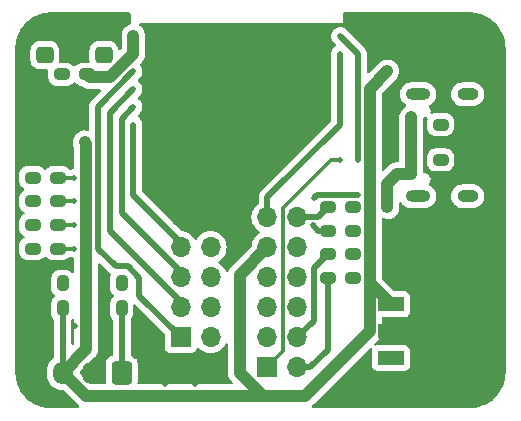
<source format=gbl>
G04 #@! TF.GenerationSoftware,KiCad,Pcbnew,7.0.9*
G04 #@! TF.CreationDate,2024-07-28T13:17:23+09:00*
G04 #@! TF.ProjectId,esp32ble_module,65737033-3262-46c6-955f-6d6f64756c65,rev?*
G04 #@! TF.SameCoordinates,Original*
G04 #@! TF.FileFunction,Copper,L2,Bot*
G04 #@! TF.FilePolarity,Positive*
%FSLAX46Y46*%
G04 Gerber Fmt 4.6, Leading zero omitted, Abs format (unit mm)*
G04 Created by KiCad (PCBNEW 7.0.9) date 2024-07-28 13:17:23*
%MOMM*%
%LPD*%
G01*
G04 APERTURE LIST*
G04 Aperture macros list*
%AMRoundRect*
0 Rectangle with rounded corners*
0 $1 Rounding radius*
0 $2 $3 $4 $5 $6 $7 $8 $9 X,Y pos of 4 corners*
0 Add a 4 corners polygon primitive as box body*
4,1,4,$2,$3,$4,$5,$6,$7,$8,$9,$2,$3,0*
0 Add four circle primitives for the rounded corners*
1,1,$1+$1,$2,$3*
1,1,$1+$1,$4,$5*
1,1,$1+$1,$6,$7*
1,1,$1+$1,$8,$9*
0 Add four rect primitives between the rounded corners*
20,1,$1+$1,$2,$3,$4,$5,0*
20,1,$1+$1,$4,$5,$6,$7,0*
20,1,$1+$1,$6,$7,$8,$9,0*
20,1,$1+$1,$8,$9,$2,$3,0*%
G04 Aperture macros list end*
G04 #@! TA.AperFunction,ComponentPad*
%ADD10R,1.700000X1.700000*%
G04 #@! TD*
G04 #@! TA.AperFunction,ComponentPad*
%ADD11O,1.700000X1.700000*%
G04 #@! TD*
G04 #@! TA.AperFunction,ComponentPad*
%ADD12O,2.100000X1.000000*%
G04 #@! TD*
G04 #@! TA.AperFunction,ComponentPad*
%ADD13O,1.800000X1.000000*%
G04 #@! TD*
G04 #@! TA.AperFunction,ComponentPad*
%ADD14RoundRect,0.250000X0.600000X0.725000X-0.600000X0.725000X-0.600000X-0.725000X0.600000X-0.725000X0*%
G04 #@! TD*
G04 #@! TA.AperFunction,ComponentPad*
%ADD15O,1.700000X1.950000*%
G04 #@! TD*
G04 #@! TA.AperFunction,SMDPad,CuDef*
%ADD16RoundRect,0.237500X-0.400000X-0.237500X0.400000X-0.237500X0.400000X0.237500X-0.400000X0.237500X0*%
G04 #@! TD*
G04 #@! TA.AperFunction,SMDPad,CuDef*
%ADD17RoundRect,0.237500X0.237500X-0.400000X0.237500X0.400000X-0.237500X0.400000X-0.237500X-0.400000X0*%
G04 #@! TD*
G04 #@! TA.AperFunction,SMDPad,CuDef*
%ADD18RoundRect,0.237500X0.400000X0.237500X-0.400000X0.237500X-0.400000X-0.237500X0.400000X-0.237500X0*%
G04 #@! TD*
G04 #@! TA.AperFunction,SMDPad,CuDef*
%ADD19RoundRect,0.292875X0.432125X-0.394625X0.432125X0.394625X-0.432125X0.394625X-0.432125X-0.394625X0*%
G04 #@! TD*
G04 #@! TA.AperFunction,SMDPad,CuDef*
%ADD20R,2.200000X1.200000*%
G04 #@! TD*
G04 #@! TA.AperFunction,SMDPad,CuDef*
%ADD21R,6.400000X5.800000*%
G04 #@! TD*
G04 #@! TA.AperFunction,ViaPad*
%ADD22C,0.500000*%
G04 #@! TD*
G04 #@! TA.AperFunction,ViaPad*
%ADD23C,0.600000*%
G04 #@! TD*
G04 #@! TA.AperFunction,Conductor*
%ADD24C,0.500000*%
G04 #@! TD*
G04 #@! TA.AperFunction,Conductor*
%ADD25C,1.000000*%
G04 #@! TD*
G04 #@! TA.AperFunction,Conductor*
%ADD26C,0.300000*%
G04 #@! TD*
G04 APERTURE END LIST*
D10*
X145848000Y-69540000D03*
D11*
X148388000Y-69540000D03*
X145848000Y-67000000D03*
X148388000Y-67000000D03*
X145848000Y-64460000D03*
X148388000Y-64460000D03*
X145848000Y-61920000D03*
X148388000Y-61920000D03*
X145848000Y-59380000D03*
X148388000Y-59380000D03*
X145848000Y-56840000D03*
X148388000Y-56840000D03*
D10*
X138500000Y-67000000D03*
D11*
X141040000Y-67000000D03*
X138500000Y-64460000D03*
X141040000Y-64460000D03*
X138500000Y-61920000D03*
X141040000Y-61920000D03*
X138500000Y-59380000D03*
X141040000Y-59380000D03*
X138500000Y-56840000D03*
X141040000Y-56840000D03*
D12*
X158600000Y-55070000D03*
D13*
X162800000Y-55070000D03*
D12*
X158600000Y-46430000D03*
D13*
X162800000Y-46430000D03*
D14*
X133500000Y-70000000D03*
D15*
X131000000Y-70000000D03*
X128500000Y-70000000D03*
D16*
X150937500Y-58000000D03*
X153062500Y-58000000D03*
D17*
X133500000Y-64562500D03*
X133500000Y-62437500D03*
X128500000Y-64562500D03*
X128500000Y-62437500D03*
D16*
X150937500Y-62000000D03*
X153062500Y-62000000D03*
X160500000Y-52000000D03*
X162625000Y-52000000D03*
D18*
X128087500Y-57500000D03*
X125962500Y-57500000D03*
D19*
X127000000Y-43137500D03*
X127000000Y-40862500D03*
D16*
X160500000Y-49000000D03*
X162625000Y-49000000D03*
X150937500Y-56000000D03*
X153062500Y-56000000D03*
D20*
X156300000Y-68780000D03*
X156300000Y-66500000D03*
D21*
X162600000Y-66500000D03*
D20*
X156300000Y-64220000D03*
D18*
X128087500Y-53500000D03*
X125962500Y-53500000D03*
X128087500Y-59500000D03*
X125962500Y-59500000D03*
D19*
X132000000Y-43137500D03*
X132000000Y-40862500D03*
D18*
X128087500Y-55500000D03*
X125962500Y-55500000D03*
D16*
X150937500Y-60000000D03*
X153062500Y-60000000D03*
D18*
X130562500Y-44750000D03*
X128437500Y-44750000D03*
D22*
X135509000Y-54483000D03*
X129540000Y-40005000D03*
X127000000Y-45720000D03*
X137160000Y-70993000D03*
X139700000Y-70993000D03*
X149750000Y-55250000D03*
X153500000Y-55000000D03*
X143510000Y-55880000D03*
X143510000Y-59690000D03*
X161290000Y-50800000D03*
X163830000Y-41910000D03*
X156210000Y-48260000D03*
X156210000Y-46990000D03*
X165100000Y-43180000D03*
X162560000Y-40640000D03*
X161290000Y-53340000D03*
X157480000Y-60960000D03*
X160020000Y-58420000D03*
X162560000Y-58420000D03*
X162560000Y-60960000D03*
X160020000Y-63500000D03*
X162560000Y-68580000D03*
X165100000Y-66040000D03*
X165100000Y-68580000D03*
X139700000Y-68580000D03*
X137160000Y-68580000D03*
X134620000Y-68580000D03*
X134620000Y-66040000D03*
X132080000Y-66040000D03*
X129540000Y-66040000D03*
X127000000Y-66040000D03*
X127000000Y-63500000D03*
X127000000Y-60960000D03*
X127000000Y-50800000D03*
X127000000Y-48260000D03*
X145310000Y-48800000D03*
X144210000Y-48800000D03*
X143110000Y-48800000D03*
X145310000Y-47700000D03*
X144210000Y-47700000D03*
X143110000Y-47700000D03*
X145310000Y-46600000D03*
X144210000Y-46600000D03*
X143110000Y-46600000D03*
X158000000Y-53200000D03*
D23*
X156000000Y-56000000D03*
D22*
X158000000Y-48400000D03*
X156300000Y-68780000D03*
X128500000Y-44750000D03*
X132000000Y-43137500D03*
X127000000Y-43137500D03*
X156000000Y-44500000D03*
X134500000Y-41500000D03*
X130375000Y-50500000D03*
X132000000Y-45000000D03*
X156300000Y-64220000D03*
X133500000Y-62500000D03*
X128500000Y-62500000D03*
X126025000Y-59500000D03*
X126025000Y-53500000D03*
X126025000Y-57500000D03*
X126025000Y-55500000D03*
X153000000Y-62000000D03*
X153000000Y-60000000D03*
X153000000Y-56000000D03*
X153000000Y-58000000D03*
X160500000Y-52000000D03*
X160500000Y-49000000D03*
X152000000Y-52000000D03*
X149707600Y-57542400D03*
X152000000Y-41500000D03*
X153500000Y-52000000D03*
X152000000Y-43000000D03*
X129500000Y-59500000D03*
X134500000Y-44500000D03*
X131500000Y-59500000D03*
X132500000Y-58000000D03*
X129500000Y-57500000D03*
X134500000Y-46000000D03*
X129500000Y-55500000D03*
X134500000Y-47500000D03*
X133500000Y-56500000D03*
X134500000Y-49000000D03*
X129500000Y-53500000D03*
X134500000Y-55000000D03*
D24*
X149707600Y-57542400D02*
X150165200Y-58000000D01*
X150165200Y-58000000D02*
X150937500Y-58000000D01*
X150000000Y-55000000D02*
X153500000Y-55000000D01*
X149750000Y-55250000D02*
X150000000Y-55000000D01*
D25*
X130500000Y-68000000D02*
X128500000Y-70000000D01*
X130500000Y-50625000D02*
X130500000Y-68000000D01*
X130375000Y-50500000D02*
X130500000Y-50625000D01*
X156800000Y-53200000D02*
X158000000Y-53200000D01*
D24*
X133500000Y-64562500D02*
X133500000Y-70000000D01*
D25*
X156000000Y-54000000D02*
X156800000Y-53200000D01*
X158000000Y-48400000D02*
X158000000Y-53200000D01*
X156000000Y-56000000D02*
X156000000Y-54000000D01*
X149000000Y-72000000D02*
X154500000Y-66500000D01*
X154500000Y-46000000D02*
X156000000Y-44500000D01*
X154500000Y-62420000D02*
X156300000Y-64220000D01*
D24*
X128500000Y-64562500D02*
X128500000Y-70000000D01*
D25*
X134500000Y-43000000D02*
X134500000Y-41500000D01*
X132500000Y-45000000D02*
X134500000Y-43000000D01*
X130500000Y-72000000D02*
X149000000Y-72000000D01*
X143500000Y-61728000D02*
X145848000Y-59380000D01*
X145500000Y-72000000D02*
X143500000Y-70000000D01*
X154500000Y-66500000D02*
X154500000Y-46000000D01*
X128500000Y-70000000D02*
X130500000Y-72000000D01*
X130562500Y-44750000D02*
X130812500Y-45000000D01*
X143500000Y-70000000D02*
X143500000Y-61728000D01*
X132000000Y-45000000D02*
X132500000Y-45000000D01*
X130812500Y-45000000D02*
X132000000Y-45000000D01*
D24*
X148388000Y-69540000D02*
X149460000Y-69540000D01*
D26*
X147188000Y-56062000D02*
X147188000Y-68200000D01*
D24*
X150937500Y-68062500D02*
X150937500Y-62000000D01*
X149460000Y-69540000D02*
X150937500Y-68062500D01*
D26*
X147188000Y-68200000D02*
X145848000Y-69540000D01*
X151250000Y-52000000D02*
X147188000Y-56062000D01*
X152000000Y-52000000D02*
X151250000Y-52000000D01*
D24*
X149750000Y-65638000D02*
X149750000Y-61187500D01*
X148388000Y-67000000D02*
X149750000Y-65638000D01*
X149750000Y-61187500D02*
X150937500Y-60000000D01*
X153500000Y-52000000D02*
X153500000Y-43000000D01*
X153500000Y-43000000D02*
X152000000Y-41500000D01*
X145848000Y-55152000D02*
X145848000Y-56840000D01*
X148388000Y-56840000D02*
X150097500Y-56840000D01*
X152000000Y-49000000D02*
X145848000Y-55152000D01*
X152000000Y-43000000D02*
X152000000Y-49000000D01*
X150097500Y-56840000D02*
X150937500Y-56000000D01*
X131500000Y-47500000D02*
X134500000Y-44500000D01*
X131500000Y-59500000D02*
X133000000Y-61000000D01*
X134000000Y-61000000D02*
X135000000Y-62000000D01*
X131500000Y-59500000D02*
X131500000Y-47500000D01*
X138500000Y-67000000D02*
X138500000Y-66500000D01*
X135000000Y-63500000D02*
X138500000Y-67000000D01*
D26*
X128087500Y-59500000D02*
X129500000Y-59500000D01*
D24*
X135000000Y-62000000D02*
X135000000Y-63500000D01*
X133000000Y-61000000D02*
X134000000Y-61000000D01*
X132500000Y-48000000D02*
X134500000Y-46000000D01*
X132500000Y-58000000D02*
X132500000Y-48000000D01*
X138500000Y-64460000D02*
X138500000Y-64000000D01*
X138500000Y-64000000D02*
X132500000Y-58000000D01*
D26*
X128087500Y-57500000D02*
X129500000Y-57500000D01*
D24*
X138500000Y-61500000D02*
X133500000Y-56500000D01*
D26*
X128087500Y-55500000D02*
X129500000Y-55500000D01*
D24*
X133500000Y-48500000D02*
X134500000Y-47500000D01*
X133500000Y-56500000D02*
X133500000Y-48500000D01*
X138500000Y-61920000D02*
X138500000Y-61500000D01*
X138500000Y-59380000D02*
X138500000Y-59000000D01*
X134500000Y-55000000D02*
X134500000Y-49000000D01*
D26*
X128087500Y-53500000D02*
X129500000Y-53500000D01*
D24*
X138500000Y-59000000D02*
X134500000Y-55000000D01*
G04 #@! TA.AperFunction,Conductor*
G36*
X134193039Y-39520185D02*
G01*
X134238794Y-39572989D01*
X134250000Y-39624500D01*
X134250000Y-40439370D01*
X134230315Y-40506409D01*
X134177511Y-40552164D01*
X134169066Y-40555651D01*
X134057119Y-40597111D01*
X134057111Y-40597115D01*
X133884432Y-40704745D01*
X133884427Y-40704749D01*
X133736949Y-40844938D01*
X133736948Y-40844940D01*
X133620705Y-41011949D01*
X133540459Y-41198943D01*
X133499500Y-41398258D01*
X133499500Y-42534217D01*
X133479815Y-42601256D01*
X133463180Y-42621899D01*
X133423900Y-42661178D01*
X133362577Y-42694663D01*
X133292885Y-42689677D01*
X133236952Y-42647805D01*
X133213000Y-42587377D01*
X133210503Y-42565215D01*
X133206391Y-42553465D01*
X133151454Y-42396464D01*
X133151452Y-42396461D01*
X133140382Y-42378844D01*
X133056335Y-42245084D01*
X132929916Y-42118665D01*
X132929915Y-42118664D01*
X132778538Y-42023547D01*
X132778535Y-42023545D01*
X132609787Y-41964497D01*
X132609776Y-41964495D01*
X132476686Y-41949500D01*
X132476680Y-41949500D01*
X131523320Y-41949500D01*
X131523313Y-41949500D01*
X131390223Y-41964495D01*
X131390212Y-41964497D01*
X131221464Y-42023545D01*
X131221461Y-42023547D01*
X131070084Y-42118664D01*
X130943664Y-42245084D01*
X130848547Y-42396461D01*
X130848545Y-42396464D01*
X130789497Y-42565212D01*
X130789495Y-42565223D01*
X130774500Y-42698313D01*
X130774500Y-43576686D01*
X130778868Y-43615453D01*
X130766813Y-43684275D01*
X130719464Y-43735654D01*
X130651854Y-43753278D01*
X130646233Y-43752978D01*
X130537025Y-43744662D01*
X130537022Y-43744662D01*
X130335172Y-43770369D01*
X130331202Y-43771291D01*
X130303177Y-43774500D01*
X130113331Y-43774500D01*
X130113312Y-43774501D01*
X130012247Y-43784825D01*
X129848484Y-43839092D01*
X129848481Y-43839093D01*
X129701648Y-43929661D01*
X129587681Y-44043629D01*
X129526358Y-44077114D01*
X129456666Y-44072130D01*
X129412319Y-44043629D01*
X129298351Y-43929661D01*
X129298350Y-43929660D01*
X129151516Y-43839092D01*
X128987753Y-43784826D01*
X128987751Y-43784825D01*
X128886684Y-43774500D01*
X128886677Y-43774500D01*
X128341967Y-43774500D01*
X128274928Y-43754815D01*
X128229173Y-43702011D01*
X128218747Y-43636616D01*
X128222560Y-43602773D01*
X128225500Y-43576680D01*
X128225500Y-42698320D01*
X128210503Y-42565215D01*
X128206391Y-42553465D01*
X128151454Y-42396464D01*
X128151452Y-42396461D01*
X128140382Y-42378844D01*
X128056335Y-42245084D01*
X127929916Y-42118665D01*
X127929915Y-42118664D01*
X127778538Y-42023547D01*
X127778535Y-42023545D01*
X127609787Y-41964497D01*
X127609776Y-41964495D01*
X127476686Y-41949500D01*
X127476680Y-41949500D01*
X126523320Y-41949500D01*
X126523313Y-41949500D01*
X126390223Y-41964495D01*
X126390212Y-41964497D01*
X126221464Y-42023545D01*
X126221461Y-42023547D01*
X126070084Y-42118664D01*
X125943664Y-42245084D01*
X125848547Y-42396461D01*
X125848545Y-42396464D01*
X125789497Y-42565212D01*
X125789495Y-42565223D01*
X125774500Y-42698313D01*
X125774500Y-43576686D01*
X125789495Y-43709776D01*
X125789497Y-43709787D01*
X125848545Y-43878535D01*
X125848547Y-43878538D01*
X125943664Y-44029915D01*
X126070084Y-44156335D01*
X126221461Y-44251452D01*
X126221464Y-44251454D01*
X126305366Y-44280813D01*
X126390215Y-44310503D01*
X126390221Y-44310503D01*
X126390223Y-44310504D01*
X126432577Y-44315276D01*
X126523314Y-44325499D01*
X126523317Y-44325500D01*
X126523320Y-44325500D01*
X127176267Y-44325500D01*
X127243306Y-44345185D01*
X127289061Y-44397989D01*
X127299299Y-44460147D01*
X127299661Y-44460166D01*
X127299576Y-44461827D01*
X127299623Y-44462113D01*
X127299500Y-44463323D01*
X127299500Y-44463327D01*
X127299500Y-44463328D01*
X127299500Y-45036669D01*
X127299501Y-45036687D01*
X127309825Y-45137752D01*
X127323432Y-45178813D01*
X127362690Y-45297286D01*
X127364092Y-45301515D01*
X127364093Y-45301518D01*
X127375212Y-45319544D01*
X127454660Y-45448350D01*
X127576650Y-45570340D01*
X127723484Y-45660908D01*
X127887247Y-45715174D01*
X127988323Y-45725500D01*
X128886676Y-45725499D01*
X128987753Y-45715174D01*
X129151516Y-45660908D01*
X129298350Y-45570340D01*
X129412319Y-45456371D01*
X129473642Y-45422886D01*
X129543334Y-45427870D01*
X129587681Y-45456371D01*
X129701650Y-45570340D01*
X129848484Y-45660908D01*
X130012247Y-45715174D01*
X130076995Y-45721788D01*
X130141686Y-45748183D01*
X130154265Y-45759712D01*
X130157439Y-45763051D01*
X130157447Y-45763058D01*
X130179814Y-45778625D01*
X130207795Y-45798100D01*
X130211550Y-45800932D01*
X130259093Y-45839698D01*
X130289545Y-45855604D01*
X130296256Y-45859671D01*
X130324451Y-45879295D01*
X130380832Y-45903490D01*
X130385067Y-45905501D01*
X130439451Y-45933909D01*
X130472473Y-45943356D01*
X130479865Y-45945989D01*
X130511440Y-45959539D01*
X130511441Y-45959540D01*
X130524554Y-45962234D01*
X130571555Y-45971892D01*
X130576095Y-45973006D01*
X130635082Y-45989886D01*
X130669341Y-45992494D01*
X130677109Y-45993585D01*
X130710755Y-46000500D01*
X130710759Y-46000500D01*
X130772101Y-46000500D01*
X130776808Y-46000678D01*
X130813151Y-46003446D01*
X130837975Y-46005337D01*
X130837975Y-46005336D01*
X130837976Y-46005337D01*
X130872059Y-46000996D01*
X130879889Y-46000500D01*
X131638770Y-46000500D01*
X131705809Y-46020185D01*
X131751564Y-46072989D01*
X131761508Y-46142147D01*
X131732483Y-46205703D01*
X131726451Y-46212181D01*
X131014358Y-46924272D01*
X131000729Y-46936051D01*
X130981468Y-46950390D01*
X130947898Y-46990397D01*
X130944253Y-46994376D01*
X130938409Y-47000222D01*
X130918059Y-47025959D01*
X130868695Y-47084789D01*
X130864729Y-47090819D01*
X130864682Y-47090788D01*
X130860630Y-47097147D01*
X130860679Y-47097177D01*
X130856889Y-47103321D01*
X130824424Y-47172941D01*
X130789960Y-47241566D01*
X130787488Y-47248357D01*
X130787432Y-47248336D01*
X130784960Y-47255450D01*
X130785015Y-47255469D01*
X130782742Y-47262327D01*
X130775107Y-47299306D01*
X130767207Y-47337565D01*
X130763274Y-47354162D01*
X130749498Y-47412286D01*
X130748661Y-47419454D01*
X130748601Y-47419447D01*
X130747835Y-47426945D01*
X130747895Y-47426951D01*
X130747265Y-47434140D01*
X130749500Y-47510916D01*
X130749500Y-49402047D01*
X130729815Y-49469086D01*
X130677011Y-49514841D01*
X130607853Y-49524785D01*
X130591390Y-49521263D01*
X130552421Y-49510113D01*
X130552416Y-49510112D01*
X130349525Y-49494662D01*
X130349522Y-49494662D01*
X130147678Y-49520368D01*
X130147670Y-49520370D01*
X129955129Y-49586183D01*
X129955117Y-49586189D01*
X129779778Y-49689406D01*
X129779771Y-49689411D01*
X129628787Y-49825820D01*
X129628787Y-49825821D01*
X129508353Y-49989828D01*
X129508349Y-49989835D01*
X129423397Y-50174725D01*
X129423393Y-50174737D01*
X129377396Y-50372945D01*
X129372242Y-50576358D01*
X129408140Y-50776648D01*
X129408142Y-50776654D01*
X129483623Y-50965618D01*
X129485409Y-50969036D01*
X129499500Y-51026447D01*
X129499500Y-52633994D01*
X129479815Y-52701033D01*
X129427011Y-52746788D01*
X129389384Y-52757214D01*
X129331946Y-52763685D01*
X129183568Y-52815604D01*
X129113789Y-52819165D01*
X129054933Y-52786243D01*
X128948351Y-52679661D01*
X128948350Y-52679660D01*
X128829081Y-52606094D01*
X128801518Y-52589093D01*
X128801513Y-52589091D01*
X128800069Y-52588612D01*
X128637753Y-52534826D01*
X128637751Y-52534825D01*
X128536678Y-52524500D01*
X127638330Y-52524500D01*
X127638313Y-52524501D01*
X127537247Y-52534825D01*
X127373484Y-52589092D01*
X127373481Y-52589093D01*
X127226648Y-52679661D01*
X127112681Y-52793629D01*
X127051358Y-52827114D01*
X126981666Y-52822130D01*
X126937319Y-52793629D01*
X126823351Y-52679661D01*
X126823350Y-52679660D01*
X126704081Y-52606094D01*
X126676518Y-52589093D01*
X126676513Y-52589091D01*
X126675069Y-52588612D01*
X126512753Y-52534826D01*
X126512751Y-52534825D01*
X126411678Y-52524500D01*
X125513330Y-52524500D01*
X125513313Y-52524501D01*
X125412247Y-52534825D01*
X125248484Y-52589092D01*
X125248481Y-52589093D01*
X125101648Y-52679661D01*
X124979661Y-52801648D01*
X124889093Y-52948481D01*
X124889092Y-52948484D01*
X124834826Y-53112247D01*
X124834826Y-53112248D01*
X124834825Y-53112248D01*
X124824500Y-53213315D01*
X124824500Y-53786669D01*
X124824501Y-53786687D01*
X124834825Y-53887752D01*
X124854092Y-53945895D01*
X124889076Y-54051469D01*
X124889092Y-54051515D01*
X124889093Y-54051518D01*
X124909699Y-54084925D01*
X124971052Y-54184395D01*
X124979661Y-54198351D01*
X125101649Y-54320339D01*
X125101653Y-54320342D01*
X125221819Y-54394462D01*
X125268544Y-54446410D01*
X125279765Y-54515372D01*
X125251922Y-54579454D01*
X125221819Y-54605538D01*
X125101653Y-54679657D01*
X125101649Y-54679660D01*
X124979661Y-54801648D01*
X124889093Y-54948481D01*
X124889092Y-54948484D01*
X124834826Y-55112247D01*
X124834826Y-55112248D01*
X124834825Y-55112248D01*
X124824500Y-55213315D01*
X124824500Y-55786669D01*
X124824501Y-55786687D01*
X124834825Y-55887752D01*
X124861615Y-55968597D01*
X124886664Y-56044190D01*
X124889092Y-56051515D01*
X124889093Y-56051518D01*
X124900801Y-56070500D01*
X124973974Y-56189132D01*
X124979661Y-56198351D01*
X125101649Y-56320339D01*
X125101653Y-56320342D01*
X125221819Y-56394462D01*
X125268544Y-56446410D01*
X125279765Y-56515372D01*
X125251922Y-56579454D01*
X125221819Y-56605538D01*
X125101653Y-56679657D01*
X125101649Y-56679660D01*
X124979661Y-56801648D01*
X124889093Y-56948481D01*
X124889091Y-56948486D01*
X124872910Y-56997318D01*
X124834826Y-57112247D01*
X124834826Y-57112248D01*
X124834825Y-57112248D01*
X124824500Y-57213315D01*
X124824500Y-57786669D01*
X124824501Y-57786687D01*
X124834825Y-57887752D01*
X124871109Y-57997249D01*
X124886912Y-58044938D01*
X124889092Y-58051515D01*
X124889093Y-58051518D01*
X124902884Y-58073876D01*
X124977504Y-58194855D01*
X124979661Y-58198351D01*
X125101649Y-58320339D01*
X125101653Y-58320342D01*
X125221819Y-58394462D01*
X125268544Y-58446410D01*
X125279765Y-58515372D01*
X125251922Y-58579454D01*
X125221819Y-58605538D01*
X125101653Y-58679657D01*
X125101649Y-58679660D01*
X124979661Y-58801648D01*
X124889093Y-58948481D01*
X124889092Y-58948484D01*
X124834826Y-59112247D01*
X124834826Y-59112248D01*
X124834825Y-59112248D01*
X124824500Y-59213315D01*
X124824500Y-59786669D01*
X124824501Y-59786687D01*
X124834825Y-59887752D01*
X124889092Y-60051515D01*
X124889093Y-60051518D01*
X124904583Y-60076631D01*
X124979660Y-60198350D01*
X125101650Y-60320340D01*
X125248484Y-60410908D01*
X125412247Y-60465174D01*
X125513323Y-60475500D01*
X126411676Y-60475499D01*
X126512753Y-60465174D01*
X126676516Y-60410908D01*
X126823350Y-60320340D01*
X126937319Y-60206371D01*
X126998642Y-60172886D01*
X127068334Y-60177870D01*
X127112681Y-60206371D01*
X127226650Y-60320340D01*
X127373484Y-60410908D01*
X127537247Y-60465174D01*
X127638323Y-60475500D01*
X128536676Y-60475499D01*
X128637753Y-60465174D01*
X128801516Y-60410908D01*
X128948350Y-60320340D01*
X129054936Y-60213753D01*
X129116255Y-60180271D01*
X129183566Y-60184394D01*
X129331941Y-60236313D01*
X129331942Y-60236313D01*
X129331945Y-60236314D01*
X129389382Y-60242785D01*
X129453796Y-60269850D01*
X129493352Y-60327445D01*
X129499500Y-60366005D01*
X129499500Y-61456448D01*
X129479815Y-61523487D01*
X129427011Y-61569242D01*
X129357853Y-61579186D01*
X129294297Y-61550161D01*
X129287819Y-61544129D01*
X129198351Y-61454661D01*
X129198350Y-61454660D01*
X129102227Y-61395371D01*
X129051518Y-61364093D01*
X129051513Y-61364091D01*
X128982339Y-61341169D01*
X128887753Y-61309826D01*
X128887751Y-61309825D01*
X128786678Y-61299500D01*
X128213330Y-61299500D01*
X128213312Y-61299501D01*
X128112247Y-61309825D01*
X127948484Y-61364092D01*
X127948481Y-61364093D01*
X127801648Y-61454661D01*
X127679661Y-61576648D01*
X127589093Y-61723481D01*
X127589091Y-61723486D01*
X127566568Y-61791456D01*
X127534826Y-61887247D01*
X127534826Y-61887248D01*
X127534825Y-61887248D01*
X127524500Y-61988315D01*
X127524500Y-62886669D01*
X127524501Y-62886686D01*
X127534825Y-62987752D01*
X127589092Y-63151515D01*
X127589093Y-63151518D01*
X127596871Y-63164128D01*
X127679065Y-63297386D01*
X127679661Y-63298351D01*
X127793629Y-63412319D01*
X127827114Y-63473642D01*
X127822130Y-63543334D01*
X127793629Y-63587681D01*
X127679661Y-63701648D01*
X127589093Y-63848481D01*
X127589091Y-63848486D01*
X127564231Y-63923508D01*
X127534826Y-64012247D01*
X127534826Y-64012248D01*
X127534825Y-64012248D01*
X127524500Y-64113315D01*
X127524500Y-65011669D01*
X127524501Y-65011686D01*
X127534825Y-65112752D01*
X127560311Y-65189661D01*
X127589092Y-65276516D01*
X127679065Y-65422386D01*
X127679661Y-65423351D01*
X127713181Y-65456871D01*
X127746666Y-65518194D01*
X127749500Y-65544552D01*
X127749500Y-68687298D01*
X127729815Y-68754337D01*
X127696625Y-68788872D01*
X127628595Y-68836507D01*
X127461505Y-69003597D01*
X127325965Y-69197169D01*
X127325964Y-69197171D01*
X127226098Y-69411335D01*
X127226094Y-69411344D01*
X127164938Y-69639586D01*
X127164936Y-69639596D01*
X127149500Y-69816034D01*
X127149500Y-70183966D01*
X127164936Y-70360403D01*
X127164938Y-70360413D01*
X127226094Y-70588655D01*
X127226096Y-70588659D01*
X127226097Y-70588663D01*
X127249194Y-70638194D01*
X127325964Y-70802828D01*
X127325965Y-70802830D01*
X127461505Y-70996402D01*
X127571262Y-71106158D01*
X127628599Y-71163495D01*
X127725384Y-71231265D01*
X127822165Y-71299032D01*
X127822167Y-71299033D01*
X127822170Y-71299035D01*
X128036337Y-71398903D01*
X128264592Y-71460063D01*
X128439548Y-71475370D01*
X128499999Y-71480659D01*
X128500000Y-71480659D01*
X128502846Y-71480410D01*
X128504085Y-71480659D01*
X128505415Y-71480659D01*
X128505415Y-71480926D01*
X128571346Y-71494176D01*
X128601336Y-71516257D01*
X129783548Y-72698468D01*
X129844941Y-72763053D01*
X129844947Y-72763057D01*
X129844948Y-72763058D01*
X129860273Y-72773725D01*
X129904052Y-72828178D01*
X129911442Y-72897656D01*
X129880095Y-72960100D01*
X129819966Y-72995683D01*
X129789437Y-72999500D01*
X127501624Y-72999500D01*
X127498378Y-72999415D01*
X127366617Y-72992509D01*
X127182985Y-72982196D01*
X127176758Y-72981530D01*
X127024369Y-72957394D01*
X126861835Y-72929778D01*
X126856171Y-72928541D01*
X126703297Y-72887579D01*
X126548273Y-72842916D01*
X126543217Y-72841221D01*
X126393829Y-72783877D01*
X126245997Y-72722643D01*
X126241575Y-72720604D01*
X126098078Y-72647488D01*
X125958531Y-72570364D01*
X125954767Y-72568106D01*
X125901875Y-72533758D01*
X125819127Y-72480019D01*
X125689243Y-72387862D01*
X125686102Y-72385480D01*
X125561260Y-72284385D01*
X125558964Y-72282431D01*
X125441277Y-72177260D01*
X125438750Y-72174870D01*
X125325128Y-72061248D01*
X125322738Y-72058721D01*
X125217567Y-71941034D01*
X125215613Y-71938738D01*
X125176848Y-71890867D01*
X125114510Y-71813886D01*
X125112136Y-71810755D01*
X125019980Y-71680872D01*
X124987406Y-71630715D01*
X124931882Y-71545215D01*
X124929641Y-71541480D01*
X124884643Y-71460061D01*
X124852511Y-71401921D01*
X124800085Y-71299032D01*
X124779388Y-71258412D01*
X124777358Y-71254007D01*
X124716122Y-71106170D01*
X124658769Y-70956759D01*
X124657082Y-70951724D01*
X124635405Y-70876484D01*
X124612414Y-70796679D01*
X124606610Y-70775019D01*
X124571453Y-70643811D01*
X124570226Y-70638194D01*
X124542601Y-70475606D01*
X124518465Y-70323212D01*
X124517803Y-70317027D01*
X124507490Y-70133382D01*
X124500584Y-70001620D01*
X124500500Y-69998377D01*
X124500500Y-42501622D01*
X124500585Y-42498376D01*
X124507497Y-42366486D01*
X124507741Y-42362148D01*
X124517803Y-42182968D01*
X124518464Y-42176791D01*
X124542611Y-42024331D01*
X124542745Y-42023545D01*
X124570227Y-41861796D01*
X124571451Y-41856196D01*
X124612425Y-41703279D01*
X124657083Y-41548268D01*
X124658764Y-41543254D01*
X124716127Y-41393815D01*
X124777366Y-41245972D01*
X124779379Y-41241606D01*
X124852511Y-41098078D01*
X124890630Y-41029106D01*
X124929655Y-40958494D01*
X124931867Y-40954808D01*
X125013537Y-40829046D01*
X125019980Y-40819127D01*
X125052181Y-40773744D01*
X125112154Y-40689220D01*
X125114486Y-40686143D01*
X125215655Y-40561209D01*
X125217537Y-40558998D01*
X125322773Y-40441239D01*
X125325092Y-40438787D01*
X125438787Y-40325092D01*
X125441239Y-40322773D01*
X125558998Y-40217537D01*
X125561209Y-40215655D01*
X125686143Y-40114486D01*
X125689220Y-40112154D01*
X125819127Y-40019980D01*
X125829046Y-40013537D01*
X125954808Y-39931867D01*
X125958494Y-39929655D01*
X126098078Y-39852511D01*
X126110063Y-39846403D01*
X126241606Y-39779379D01*
X126245972Y-39777366D01*
X126393815Y-39716127D01*
X126543254Y-39658764D01*
X126548268Y-39657083D01*
X126703279Y-39612425D01*
X126856196Y-39571451D01*
X126861796Y-39570227D01*
X127024284Y-39542618D01*
X127176791Y-39518464D01*
X127182968Y-39517803D01*
X127366566Y-39507493D01*
X127498380Y-39500584D01*
X127501622Y-39500500D01*
X134126000Y-39500500D01*
X134193039Y-39520185D01*
G37*
G04 #@! TD.AperFunction*
G04 #@! TA.AperFunction,Conductor*
G36*
X163001619Y-39500584D02*
G01*
X163133628Y-39507503D01*
X163317027Y-39517803D01*
X163323212Y-39518465D01*
X163475647Y-39542608D01*
X163638194Y-39570226D01*
X163643811Y-39571453D01*
X163796693Y-39612418D01*
X163889122Y-39639046D01*
X163951724Y-39657082D01*
X163956759Y-39658769D01*
X164106183Y-39716127D01*
X164254007Y-39777358D01*
X164258412Y-39779388D01*
X164324180Y-39812899D01*
X164401921Y-39852511D01*
X164477428Y-39894241D01*
X164541480Y-39929641D01*
X164545215Y-39931882D01*
X164619487Y-39980115D01*
X164680872Y-40019980D01*
X164768357Y-40082053D01*
X164810764Y-40112142D01*
X164813886Y-40114510D01*
X164938748Y-40215621D01*
X164941034Y-40217567D01*
X165058721Y-40322738D01*
X165061248Y-40325128D01*
X165174870Y-40438750D01*
X165177260Y-40441277D01*
X165282431Y-40558964D01*
X165284383Y-40561258D01*
X165313416Y-40597111D01*
X165385480Y-40686102D01*
X165387862Y-40689243D01*
X165480019Y-40819127D01*
X165531109Y-40897797D01*
X165568106Y-40954767D01*
X165570364Y-40958531D01*
X165647488Y-41098078D01*
X165720604Y-41241575D01*
X165722643Y-41245997D01*
X165783877Y-41393829D01*
X165841221Y-41543217D01*
X165842916Y-41548273D01*
X165887579Y-41703297D01*
X165928541Y-41856171D01*
X165929778Y-41861835D01*
X165957394Y-42024369D01*
X165981530Y-42176758D01*
X165982196Y-42182985D01*
X165992509Y-42366617D01*
X165999415Y-42498377D01*
X165999500Y-42501623D01*
X165999500Y-69998376D01*
X165999415Y-70001622D01*
X165992509Y-70133382D01*
X165982196Y-70317013D01*
X165981530Y-70323240D01*
X165957394Y-70475630D01*
X165929778Y-70638163D01*
X165928541Y-70643827D01*
X165887579Y-70796702D01*
X165842916Y-70951725D01*
X165841221Y-70956781D01*
X165783877Y-71106170D01*
X165722643Y-71254001D01*
X165720604Y-71258423D01*
X165647488Y-71401921D01*
X165570364Y-71541467D01*
X165568097Y-71545246D01*
X165480019Y-71680872D01*
X165387862Y-71810755D01*
X165385480Y-71813896D01*
X165284385Y-71938738D01*
X165282431Y-71941034D01*
X165177260Y-72058721D01*
X165174870Y-72061248D01*
X165061248Y-72174870D01*
X165058721Y-72177260D01*
X164941034Y-72282431D01*
X164938738Y-72284385D01*
X164813896Y-72385480D01*
X164810755Y-72387862D01*
X164680872Y-72480019D01*
X164545246Y-72568097D01*
X164541467Y-72570364D01*
X164401921Y-72647488D01*
X164258423Y-72720604D01*
X164254001Y-72722643D01*
X164106170Y-72783877D01*
X163956781Y-72841221D01*
X163951725Y-72842916D01*
X163796702Y-72887579D01*
X163643827Y-72928541D01*
X163638163Y-72929778D01*
X163475630Y-72957394D01*
X163323240Y-72981530D01*
X163317013Y-72982196D01*
X163133382Y-72992509D01*
X163001622Y-72999415D01*
X162998376Y-72999500D01*
X149713885Y-72999500D01*
X149646846Y-72979815D01*
X149601091Y-72927011D01*
X149591147Y-72857853D01*
X149620172Y-72794297D01*
X149635479Y-72779441D01*
X149635516Y-72779403D01*
X149635519Y-72779402D01*
X149678917Y-72736002D01*
X149682336Y-72732834D01*
X149728895Y-72692866D01*
X149749931Y-72665688D01*
X149755101Y-72659818D01*
X154519077Y-67895842D01*
X154580398Y-67862359D01*
X154650090Y-67867343D01*
X154706023Y-67909215D01*
X154730440Y-67974679D01*
X154722938Y-68026857D01*
X154705909Y-68072514D01*
X154705908Y-68072516D01*
X154700337Y-68124341D01*
X154699501Y-68132123D01*
X154699500Y-68132135D01*
X154699500Y-69427870D01*
X154699501Y-69427876D01*
X154705908Y-69487483D01*
X154756202Y-69622328D01*
X154756206Y-69622335D01*
X154842452Y-69737544D01*
X154842455Y-69737547D01*
X154957664Y-69823793D01*
X154957671Y-69823797D01*
X155092517Y-69874091D01*
X155092516Y-69874091D01*
X155099444Y-69874835D01*
X155152127Y-69880500D01*
X157447872Y-69880499D01*
X157507483Y-69874091D01*
X157642331Y-69823796D01*
X157757546Y-69737546D01*
X157843796Y-69622331D01*
X157894091Y-69487483D01*
X157900500Y-69427873D01*
X157900499Y-68132128D01*
X157894091Y-68072517D01*
X157882111Y-68040398D01*
X157843797Y-67937671D01*
X157843793Y-67937664D01*
X157757547Y-67822455D01*
X157757544Y-67822452D01*
X157642335Y-67736206D01*
X157642328Y-67736202D01*
X157507482Y-67685908D01*
X157507483Y-67685908D01*
X157447883Y-67679501D01*
X157447881Y-67679500D01*
X157447873Y-67679500D01*
X157447864Y-67679500D01*
X155152129Y-67679500D01*
X155152123Y-67679501D01*
X155092515Y-67685909D01*
X155046857Y-67702938D01*
X154977165Y-67707922D01*
X154915843Y-67674436D01*
X154882358Y-67613113D01*
X154887344Y-67543421D01*
X154915842Y-67499077D01*
X155198487Y-67216433D01*
X155263053Y-67155059D01*
X155298112Y-67104686D01*
X155300925Y-67100957D01*
X155339698Y-67053407D01*
X155355607Y-67022948D01*
X155359667Y-67016248D01*
X155379295Y-66988049D01*
X155403492Y-66931660D01*
X155405498Y-66927435D01*
X155433909Y-66873049D01*
X155443360Y-66840015D01*
X155445991Y-66832628D01*
X155459540Y-66801058D01*
X155471893Y-66740940D01*
X155473006Y-66736412D01*
X155489887Y-66677418D01*
X155492495Y-66643155D01*
X155493587Y-66635376D01*
X155500500Y-66601739D01*
X155500500Y-66540401D01*
X155500679Y-66535692D01*
X155505337Y-66474525D01*
X155505276Y-66474048D01*
X155501647Y-66445547D01*
X155500997Y-66440441D01*
X155500500Y-66432602D01*
X155500500Y-65444499D01*
X155520185Y-65377460D01*
X155572989Y-65331705D01*
X155624500Y-65320499D01*
X157447871Y-65320499D01*
X157447872Y-65320499D01*
X157507483Y-65314091D01*
X157642331Y-65263796D01*
X157757546Y-65177546D01*
X157843796Y-65062331D01*
X157894091Y-64927483D01*
X157900500Y-64867873D01*
X157900499Y-63572128D01*
X157894091Y-63512517D01*
X157889422Y-63500000D01*
X157843797Y-63377671D01*
X157843793Y-63377664D01*
X157757547Y-63262455D01*
X157757544Y-63262452D01*
X157642335Y-63176206D01*
X157642328Y-63176202D01*
X157507482Y-63125908D01*
X157507483Y-63125908D01*
X157447883Y-63119501D01*
X157447881Y-63119500D01*
X157447873Y-63119500D01*
X157447865Y-63119500D01*
X156665783Y-63119500D01*
X156598744Y-63099815D01*
X156578102Y-63083181D01*
X155536819Y-62041898D01*
X155503334Y-61980575D01*
X155500500Y-61954217D01*
X155500500Y-57064357D01*
X155520185Y-56997318D01*
X155572989Y-56951563D01*
X155642147Y-56941619D01*
X155655576Y-56944315D01*
X155671686Y-56948486D01*
X155847706Y-56994061D01*
X155847709Y-56994061D01*
X155847715Y-56994063D01*
X156050936Y-57004369D01*
X156252071Y-56973556D01*
X156442887Y-56902886D01*
X156615571Y-56795252D01*
X156763053Y-56655059D01*
X156879295Y-56488049D01*
X156959540Y-56301058D01*
X157000500Y-56101741D01*
X157000500Y-55711027D01*
X157020185Y-55643988D01*
X157072989Y-55598233D01*
X157142147Y-55588289D01*
X157205703Y-55617314D01*
X157229731Y-55645434D01*
X157234009Y-55652298D01*
X157254747Y-55685570D01*
X157254749Y-55685572D01*
X157350866Y-55786687D01*
X157394941Y-55833053D01*
X157512804Y-55915088D01*
X157561949Y-55949294D01*
X157561950Y-55949294D01*
X157561951Y-55949295D01*
X157748942Y-56029540D01*
X157948259Y-56070500D01*
X159200743Y-56070500D01*
X159352439Y-56055074D01*
X159546579Y-55994162D01*
X159546580Y-55994161D01*
X159546588Y-55994159D01*
X159724502Y-55895409D01*
X159878895Y-55762866D01*
X160003448Y-55601958D01*
X160093060Y-55419271D01*
X160144063Y-55222285D01*
X160149203Y-55120936D01*
X161395631Y-55120936D01*
X161426442Y-55322063D01*
X161426445Y-55322075D01*
X161497111Y-55512881D01*
X161497113Y-55512884D01*
X161497114Y-55512887D01*
X161521023Y-55551246D01*
X161604745Y-55685567D01*
X161604749Y-55685572D01*
X161700866Y-55786687D01*
X161744941Y-55833053D01*
X161862804Y-55915088D01*
X161911949Y-55949294D01*
X161911950Y-55949294D01*
X161911951Y-55949295D01*
X162098942Y-56029540D01*
X162298259Y-56070500D01*
X163250743Y-56070500D01*
X163402439Y-56055074D01*
X163596579Y-55994162D01*
X163596580Y-55994161D01*
X163596588Y-55994159D01*
X163774502Y-55895409D01*
X163928895Y-55762866D01*
X164053448Y-55601958D01*
X164143060Y-55419271D01*
X164194063Y-55222285D01*
X164204369Y-55019064D01*
X164173556Y-54817929D01*
X164106833Y-54637770D01*
X164102888Y-54627118D01*
X164102887Y-54627117D01*
X164102886Y-54627113D01*
X163995252Y-54454429D01*
X163855059Y-54306947D01*
X163756422Y-54238294D01*
X163688050Y-54190705D01*
X163501056Y-54110459D01*
X163301741Y-54069500D01*
X162349258Y-54069500D01*
X162349257Y-54069500D01*
X162197560Y-54084925D01*
X162003420Y-54145837D01*
X162003405Y-54145844D01*
X161825500Y-54244589D01*
X161825495Y-54244592D01*
X161671106Y-54377132D01*
X161671104Y-54377134D01*
X161546554Y-54538037D01*
X161546553Y-54538040D01*
X161456940Y-54720728D01*
X161405937Y-54917714D01*
X161395631Y-55120936D01*
X160149203Y-55120936D01*
X160154369Y-55019064D01*
X160123556Y-54817929D01*
X160056833Y-54637770D01*
X160052888Y-54627118D01*
X160052887Y-54627117D01*
X160052886Y-54627113D01*
X159945252Y-54454429D01*
X159805059Y-54306947D01*
X159638049Y-54190705D01*
X159576468Y-54164278D01*
X159522626Y-54119752D01*
X159501403Y-54053183D01*
X159519539Y-53985708D01*
X159524066Y-53978819D01*
X159590971Y-53884037D01*
X159639346Y-53747921D01*
X159649204Y-53603801D01*
X159619814Y-53462366D01*
X159553354Y-53334105D01*
X159553351Y-53334102D01*
X159553350Y-53334100D01*
X159454754Y-53228530D01*
X159331330Y-53153475D01*
X159331329Y-53153474D01*
X159331328Y-53153474D01*
X159192228Y-53114500D01*
X159124500Y-53114500D01*
X159057461Y-53094815D01*
X159011706Y-53042011D01*
X159000500Y-52990500D01*
X159000500Y-52286669D01*
X159362000Y-52286669D01*
X159362001Y-52286687D01*
X159372325Y-52387752D01*
X159383211Y-52420603D01*
X159426592Y-52551516D01*
X159517160Y-52698350D01*
X159639150Y-52820340D01*
X159785984Y-52910908D01*
X159949747Y-52965174D01*
X160050823Y-52975500D01*
X160949176Y-52975499D01*
X161050253Y-52965174D01*
X161214016Y-52910908D01*
X161360850Y-52820340D01*
X161482840Y-52698350D01*
X161573408Y-52551516D01*
X161627674Y-52387753D01*
X161638000Y-52286677D01*
X161637999Y-51713324D01*
X161633809Y-51672310D01*
X161627674Y-51612247D01*
X161610930Y-51561717D01*
X161573408Y-51448484D01*
X161482840Y-51301650D01*
X161360850Y-51179660D01*
X161214016Y-51089092D01*
X161050253Y-51034826D01*
X161050251Y-51034825D01*
X160949178Y-51024500D01*
X160050830Y-51024500D01*
X160050813Y-51024501D01*
X159949747Y-51034825D01*
X159785984Y-51089092D01*
X159785981Y-51089093D01*
X159639148Y-51179661D01*
X159517161Y-51301648D01*
X159426593Y-51448481D01*
X159426591Y-51448486D01*
X159408253Y-51503827D01*
X159372326Y-51612247D01*
X159372326Y-51612248D01*
X159372325Y-51612248D01*
X159362000Y-51713315D01*
X159362000Y-52286669D01*
X159000500Y-52286669D01*
X159000500Y-48509500D01*
X159020185Y-48442461D01*
X159072989Y-48396706D01*
X159124500Y-48385500D01*
X159155950Y-48385500D01*
X159176624Y-48382658D01*
X159263111Y-48370771D01*
X159263112Y-48370770D01*
X159264169Y-48370625D01*
X159333264Y-48380997D01*
X159385783Y-48427079D01*
X159405052Y-48494239D01*
X159398760Y-48532473D01*
X159372326Y-48612244D01*
X159372325Y-48612248D01*
X159362000Y-48713315D01*
X159362000Y-49286669D01*
X159362001Y-49286687D01*
X159372325Y-49387752D01*
X159399277Y-49469086D01*
X159425960Y-49549610D01*
X159426592Y-49551515D01*
X159426593Y-49551518D01*
X159435582Y-49566091D01*
X159517160Y-49698350D01*
X159639150Y-49820340D01*
X159785984Y-49910908D01*
X159949747Y-49965174D01*
X160050823Y-49975500D01*
X160949176Y-49975499D01*
X161050253Y-49965174D01*
X161214016Y-49910908D01*
X161360850Y-49820340D01*
X161482840Y-49698350D01*
X161573408Y-49551516D01*
X161627674Y-49387753D01*
X161638000Y-49286677D01*
X161637999Y-48713324D01*
X161633809Y-48672310D01*
X161627674Y-48612247D01*
X161601239Y-48532473D01*
X161573408Y-48448484D01*
X161482840Y-48301650D01*
X161360850Y-48179660D01*
X161229987Y-48098943D01*
X161214018Y-48089093D01*
X161214013Y-48089091D01*
X161197216Y-48083525D01*
X161050253Y-48034826D01*
X161050251Y-48034825D01*
X160949178Y-48024500D01*
X160050830Y-48024500D01*
X160050813Y-48024501D01*
X159949747Y-48034825D01*
X159949744Y-48034826D01*
X159802783Y-48083525D01*
X159732955Y-48085927D01*
X159672913Y-48050195D01*
X159641720Y-47987675D01*
X159640068Y-47957361D01*
X159649204Y-47823801D01*
X159619814Y-47682366D01*
X159553354Y-47554105D01*
X159536410Y-47535962D01*
X159505040Y-47473533D01*
X159512400Y-47404052D01*
X159556157Y-47349581D01*
X159566858Y-47342908D01*
X159724502Y-47255409D01*
X159878895Y-47122866D01*
X160003448Y-46961958D01*
X160093060Y-46779271D01*
X160144063Y-46582285D01*
X160149203Y-46480936D01*
X161395631Y-46480936D01*
X161426442Y-46682063D01*
X161426445Y-46682075D01*
X161497111Y-46872881D01*
X161497113Y-46872884D01*
X161497114Y-46872887D01*
X161523493Y-46915209D01*
X161604745Y-47045567D01*
X161604747Y-47045569D01*
X161604748Y-47045571D01*
X161744941Y-47193053D01*
X161834590Y-47255450D01*
X161911949Y-47309294D01*
X161911950Y-47309294D01*
X161911951Y-47309295D01*
X162098942Y-47389540D01*
X162298259Y-47430500D01*
X163250743Y-47430500D01*
X163402439Y-47415074D01*
X163596579Y-47354162D01*
X163596580Y-47354161D01*
X163596588Y-47354159D01*
X163774502Y-47255409D01*
X163928895Y-47122866D01*
X164053448Y-46961958D01*
X164143060Y-46779271D01*
X164194063Y-46582285D01*
X164204369Y-46379064D01*
X164173556Y-46177929D01*
X164117620Y-46026896D01*
X164102888Y-45987118D01*
X164102887Y-45987117D01*
X164102886Y-45987113D01*
X163995252Y-45814429D01*
X163906464Y-45721025D01*
X163855061Y-45666949D01*
X163855060Y-45666948D01*
X163855059Y-45666947D01*
X163756587Y-45598409D01*
X163688050Y-45550705D01*
X163501056Y-45470459D01*
X163301741Y-45429500D01*
X162349258Y-45429500D01*
X162349257Y-45429500D01*
X162197560Y-45444925D01*
X162003420Y-45505837D01*
X162003405Y-45505844D01*
X161825500Y-45604589D01*
X161825495Y-45604592D01*
X161671106Y-45737132D01*
X161671104Y-45737134D01*
X161546554Y-45898037D01*
X161546553Y-45898040D01*
X161456940Y-46080728D01*
X161405937Y-46277714D01*
X161395631Y-46480936D01*
X160149203Y-46480936D01*
X160154369Y-46379064D01*
X160123556Y-46177929D01*
X160067620Y-46026896D01*
X160052888Y-45987118D01*
X160052887Y-45987117D01*
X160052886Y-45987113D01*
X159945252Y-45814429D01*
X159856464Y-45721025D01*
X159805061Y-45666949D01*
X159805060Y-45666948D01*
X159805059Y-45666947D01*
X159706587Y-45598409D01*
X159638050Y-45550705D01*
X159451056Y-45470459D01*
X159251741Y-45429500D01*
X157999258Y-45429500D01*
X157999257Y-45429500D01*
X157847560Y-45444925D01*
X157653420Y-45505837D01*
X157653405Y-45505844D01*
X157475500Y-45604589D01*
X157475495Y-45604592D01*
X157321106Y-45737132D01*
X157321104Y-45737134D01*
X157196554Y-45898037D01*
X157196553Y-45898040D01*
X157106940Y-46080728D01*
X157055937Y-46277714D01*
X157045631Y-46480936D01*
X157076442Y-46682063D01*
X157076445Y-46682075D01*
X157147111Y-46872881D01*
X157147113Y-46872884D01*
X157147114Y-46872887D01*
X157173493Y-46915209D01*
X157254745Y-47045567D01*
X157254747Y-47045569D01*
X157254748Y-47045571D01*
X157394941Y-47193053D01*
X157547600Y-47299307D01*
X157591379Y-47353760D01*
X157598767Y-47423238D01*
X157567421Y-47485681D01*
X157542354Y-47506313D01*
X157384432Y-47604745D01*
X157384427Y-47604749D01*
X157236949Y-47744938D01*
X157236948Y-47744940D01*
X157120705Y-47911949D01*
X157040459Y-48098943D01*
X156999500Y-48298258D01*
X156999500Y-52075500D01*
X156979815Y-52142539D01*
X156927011Y-52188294D01*
X156875500Y-52199500D01*
X156812717Y-52199500D01*
X156723637Y-52197243D01*
X156723628Y-52197243D01*
X156670636Y-52206741D01*
X156663254Y-52208064D01*
X156658595Y-52208718D01*
X156597564Y-52214925D01*
X156597562Y-52214926D01*
X156564780Y-52225210D01*
X156557156Y-52227081D01*
X156549308Y-52228488D01*
X156523349Y-52233141D01*
X156523341Y-52233143D01*
X156466382Y-52255895D01*
X156461946Y-52257474D01*
X156403415Y-52275840D01*
X156403412Y-52275841D01*
X156403410Y-52275842D01*
X156403403Y-52275845D01*
X156373384Y-52292507D01*
X156366290Y-52295876D01*
X156334390Y-52308619D01*
X156334388Y-52308619D01*
X156334383Y-52308622D01*
X156334377Y-52308626D01*
X156283154Y-52342383D01*
X156279126Y-52344824D01*
X156225502Y-52374588D01*
X156225499Y-52374590D01*
X156199427Y-52396970D01*
X156193160Y-52401695D01*
X156164482Y-52420598D01*
X156164475Y-52420603D01*
X156121116Y-52463962D01*
X156117661Y-52467164D01*
X156071106Y-52507132D01*
X156071105Y-52507133D01*
X156050076Y-52534300D01*
X156044884Y-52540194D01*
X155712181Y-52872898D01*
X155650858Y-52906383D01*
X155581167Y-52901399D01*
X155525233Y-52859528D01*
X155500816Y-52794063D01*
X155500500Y-52785217D01*
X155500500Y-46465783D01*
X155520185Y-46398744D01*
X155536819Y-46378102D01*
X156138538Y-45776383D01*
X156743340Y-45171581D01*
X156839698Y-45053407D01*
X156933909Y-44873049D01*
X156989886Y-44677418D01*
X157005337Y-44474524D01*
X157003911Y-44463328D01*
X156979631Y-44272678D01*
X156979630Y-44272676D01*
X156979630Y-44272672D01*
X156913816Y-44080128D01*
X156905852Y-44066600D01*
X156810593Y-43904778D01*
X156810592Y-43904777D01*
X156810590Y-43904773D01*
X156674179Y-43753787D01*
X156661754Y-43744663D01*
X156510171Y-43633353D01*
X156510164Y-43633349D01*
X156325274Y-43548397D01*
X156325261Y-43548392D01*
X156127053Y-43502397D01*
X155923638Y-43497244D01*
X155923635Y-43497244D01*
X155723350Y-43533140D01*
X155723345Y-43533142D01*
X155534383Y-43608623D01*
X155534371Y-43608629D01*
X155364482Y-43720596D01*
X154462181Y-44622897D01*
X154400858Y-44656382D01*
X154331166Y-44651398D01*
X154275233Y-44609526D01*
X154250816Y-44544062D01*
X154250500Y-44535216D01*
X154250500Y-43063705D01*
X154251809Y-43045735D01*
X154252223Y-43042905D01*
X154255289Y-43021977D01*
X154250735Y-42969933D01*
X154250500Y-42964532D01*
X154250500Y-42956297D01*
X154250500Y-42956291D01*
X154246691Y-42923707D01*
X154239998Y-42847202D01*
X154239996Y-42847197D01*
X154238538Y-42840133D01*
X154238597Y-42840120D01*
X154236967Y-42832764D01*
X154236908Y-42832779D01*
X154235242Y-42825753D01*
X154235241Y-42825745D01*
X154208973Y-42753573D01*
X154192103Y-42702661D01*
X154184815Y-42680666D01*
X154181763Y-42674121D01*
X154181817Y-42674095D01*
X154178533Y-42667312D01*
X154178480Y-42667340D01*
X154175238Y-42660886D01*
X154175237Y-42660883D01*
X154133038Y-42596723D01*
X154092712Y-42531344D01*
X154092711Y-42531343D01*
X154092710Y-42531341D01*
X154088234Y-42525681D01*
X154088280Y-42525643D01*
X154083519Y-42519799D01*
X154083474Y-42519838D01*
X154078834Y-42514308D01*
X154022982Y-42461613D01*
X152498541Y-40937172D01*
X152498502Y-40937135D01*
X152470890Y-40909523D01*
X152470889Y-40909522D01*
X152470888Y-40909521D01*
X152436492Y-40887909D01*
X152431019Y-40884043D01*
X152396681Y-40856891D01*
X152396677Y-40856889D01*
X152363131Y-40841245D01*
X152356351Y-40837553D01*
X152327692Y-40819545D01*
X152327691Y-40819544D01*
X152327690Y-40819544D01*
X152286141Y-40805005D01*
X152280424Y-40802678D01*
X152237673Y-40782743D01*
X152237671Y-40782742D01*
X152221103Y-40779321D01*
X152204738Y-40775942D01*
X152196807Y-40773746D01*
X152168059Y-40763687D01*
X152168057Y-40763686D01*
X152168052Y-40763685D01*
X152120964Y-40758380D01*
X152115366Y-40757488D01*
X152065865Y-40747267D01*
X152065857Y-40747266D01*
X152065856Y-40747266D01*
X152064013Y-40747319D01*
X152035643Y-40748144D01*
X152026893Y-40747780D01*
X152004892Y-40745302D01*
X152000000Y-40744751D01*
X151999999Y-40744751D01*
X151999995Y-40744751D01*
X151949549Y-40750435D01*
X151944411Y-40750798D01*
X151890490Y-40752368D01*
X151890485Y-40752369D01*
X151869051Y-40758112D01*
X151850851Y-40761556D01*
X151831938Y-40763687D01*
X151831935Y-40763688D01*
X151780817Y-40781575D01*
X151776387Y-40782941D01*
X151721028Y-40797775D01*
X151721024Y-40797776D01*
X151721024Y-40797777D01*
X151707615Y-40805007D01*
X151704714Y-40806571D01*
X151686829Y-40814462D01*
X151672312Y-40819542D01*
X151623591Y-40850155D01*
X151620030Y-40852230D01*
X151566607Y-40881036D01*
X151566596Y-40881043D01*
X151555483Y-40890933D01*
X151539034Y-40903285D01*
X151529119Y-40909515D01*
X151529107Y-40909525D01*
X151486043Y-40952589D01*
X151483420Y-40955064D01*
X151435543Y-40997671D01*
X151435535Y-40997680D01*
X151429102Y-41006867D01*
X151415222Y-41023409D01*
X151409525Y-41029106D01*
X151375307Y-41083561D01*
X151373599Y-41086134D01*
X151334910Y-41141391D01*
X151334907Y-41141397D01*
X151332118Y-41148416D01*
X151321886Y-41168581D01*
X151319549Y-41172301D01*
X151319540Y-41172318D01*
X151310225Y-41198942D01*
X151296764Y-41237410D01*
X151293363Y-41245972D01*
X151270139Y-41304428D01*
X151270138Y-41304434D01*
X151269575Y-41308279D01*
X151263930Y-41331243D01*
X151263686Y-41331937D01*
X151263686Y-41331938D01*
X151259067Y-41372940D01*
X151255614Y-41403583D01*
X151248924Y-41449258D01*
X151244710Y-41478027D01*
X151244730Y-41478247D01*
X151244546Y-41493044D01*
X151244751Y-41493044D01*
X151244751Y-41500004D01*
X151253171Y-41574736D01*
X151260000Y-41652796D01*
X151261460Y-41659864D01*
X151261211Y-41659915D01*
X151261542Y-41661414D01*
X151262139Y-41661278D01*
X151263685Y-41668053D01*
X151263686Y-41668058D01*
X151263687Y-41668059D01*
X151289561Y-41742003D01*
X151315186Y-41819334D01*
X151315187Y-41819336D01*
X151315189Y-41819341D01*
X151315298Y-41819574D01*
X151318107Y-41824707D01*
X151319543Y-41827691D01*
X151350131Y-41876369D01*
X151362871Y-41896644D01*
X151390266Y-41941060D01*
X151407287Y-41968655D01*
X151613634Y-42175002D01*
X151647119Y-42236325D01*
X151642135Y-42306017D01*
X151600263Y-42361950D01*
X151599999Y-42362148D01*
X151577571Y-42378844D01*
X151573533Y-42381609D01*
X151529106Y-42409525D01*
X151529104Y-42409526D01*
X151514360Y-42424271D01*
X151500733Y-42436048D01*
X151481468Y-42450391D01*
X151481466Y-42450393D01*
X151447887Y-42490411D01*
X151444232Y-42494399D01*
X151409527Y-42529104D01*
X151409520Y-42529112D01*
X151394218Y-42553465D01*
X151389214Y-42560335D01*
X151368698Y-42584786D01*
X151368695Y-42584790D01*
X151346771Y-42628445D01*
X151343861Y-42633608D01*
X151319544Y-42672307D01*
X151308922Y-42702661D01*
X151305806Y-42710012D01*
X151289959Y-42741567D01*
X151279472Y-42785813D01*
X151277664Y-42791994D01*
X151263687Y-42831936D01*
X151259706Y-42867258D01*
X151258425Y-42874616D01*
X151249500Y-42912280D01*
X151249500Y-42954369D01*
X151249110Y-42961309D01*
X151244751Y-43000000D01*
X151249110Y-43038690D01*
X151249500Y-43045629D01*
X151249500Y-48637769D01*
X151229815Y-48704808D01*
X151213181Y-48725450D01*
X145362358Y-54576272D01*
X145348729Y-54588051D01*
X145329468Y-54602390D01*
X145295898Y-54642397D01*
X145292253Y-54646376D01*
X145286409Y-54652222D01*
X145266059Y-54677959D01*
X145216695Y-54736789D01*
X145212729Y-54742819D01*
X145212682Y-54742788D01*
X145208630Y-54749147D01*
X145208679Y-54749177D01*
X145204889Y-54755321D01*
X145172424Y-54824941D01*
X145137960Y-54893566D01*
X145135488Y-54900357D01*
X145135432Y-54900336D01*
X145132960Y-54907450D01*
X145133015Y-54907469D01*
X145130742Y-54914327D01*
X145123690Y-54948481D01*
X145115207Y-54989565D01*
X145108216Y-55019064D01*
X145097498Y-55064286D01*
X145096661Y-55071454D01*
X145096601Y-55071447D01*
X145095835Y-55078945D01*
X145095895Y-55078951D01*
X145095265Y-55086140D01*
X145097500Y-55162916D01*
X145097500Y-55652298D01*
X145077815Y-55719337D01*
X145044625Y-55753872D01*
X144976595Y-55801507D01*
X144809505Y-55968597D01*
X144673965Y-56162169D01*
X144673964Y-56162171D01*
X144574098Y-56376335D01*
X144574094Y-56376344D01*
X144512938Y-56604586D01*
X144512936Y-56604596D01*
X144492341Y-56839999D01*
X144492341Y-56840000D01*
X144512936Y-57075403D01*
X144512938Y-57075413D01*
X144574094Y-57303655D01*
X144574096Y-57303659D01*
X144574097Y-57303663D01*
X144633382Y-57430799D01*
X144673965Y-57517830D01*
X144673967Y-57517834D01*
X144809501Y-57711395D01*
X144809506Y-57711402D01*
X144976597Y-57878493D01*
X144976603Y-57878498D01*
X145162158Y-58008425D01*
X145205783Y-58063002D01*
X145212977Y-58132500D01*
X145181454Y-58194855D01*
X145162158Y-58211575D01*
X144976597Y-58341505D01*
X144809505Y-58508597D01*
X144673965Y-58702169D01*
X144673964Y-58702171D01*
X144574098Y-58916335D01*
X144574094Y-58916344D01*
X144512938Y-59144586D01*
X144512936Y-59144596D01*
X144501955Y-59270097D01*
X144476501Y-59335166D01*
X144466108Y-59346969D01*
X142801531Y-61011547D01*
X142736946Y-61072942D01*
X142701899Y-61123294D01*
X142699062Y-61127056D01*
X142660302Y-61174592D01*
X142660299Y-61174597D01*
X142644392Y-61205047D01*
X142640324Y-61211761D01*
X142620702Y-61239954D01*
X142596509Y-61296330D01*
X142594488Y-61300584D01*
X142566091Y-61354951D01*
X142566090Y-61354952D01*
X142556640Y-61387975D01*
X142554007Y-61395371D01*
X142540455Y-61426952D01*
X142539474Y-61430081D01*
X142538469Y-61431582D01*
X142537982Y-61432718D01*
X142537770Y-61432627D01*
X142500619Y-61488150D01*
X142436537Y-61515994D01*
X142367575Y-61504773D01*
X142315626Y-61458049D01*
X142308782Y-61445356D01*
X142305331Y-61437956D01*
X142214035Y-61242171D01*
X142208425Y-61234158D01*
X142078494Y-61048597D01*
X141911402Y-60881506D01*
X141911396Y-60881501D01*
X141725842Y-60751575D01*
X141682217Y-60696998D01*
X141675023Y-60627500D01*
X141706546Y-60565145D01*
X141725842Y-60548425D01*
X141829992Y-60475498D01*
X141911401Y-60418495D01*
X142078495Y-60251401D01*
X142214035Y-60057830D01*
X142313903Y-59843663D01*
X142375063Y-59615408D01*
X142395659Y-59380000D01*
X142375063Y-59144592D01*
X142313903Y-58916337D01*
X142214035Y-58702171D01*
X142213239Y-58701033D01*
X142078494Y-58508597D01*
X141911402Y-58341506D01*
X141911395Y-58341501D01*
X141717834Y-58205967D01*
X141717830Y-58205965D01*
X141701500Y-58198350D01*
X141503663Y-58106097D01*
X141503659Y-58106096D01*
X141503655Y-58106094D01*
X141275413Y-58044938D01*
X141275403Y-58044936D01*
X141040001Y-58024341D01*
X141039999Y-58024341D01*
X140804596Y-58044936D01*
X140804586Y-58044938D01*
X140576344Y-58106094D01*
X140576335Y-58106098D01*
X140362171Y-58205964D01*
X140362169Y-58205965D01*
X140168597Y-58341505D01*
X140001505Y-58508597D01*
X139871575Y-58694158D01*
X139816998Y-58737783D01*
X139747500Y-58744977D01*
X139685145Y-58713454D01*
X139668425Y-58694158D01*
X139538494Y-58508597D01*
X139371402Y-58341506D01*
X139371395Y-58341501D01*
X139177834Y-58205967D01*
X139177830Y-58205965D01*
X139161500Y-58198350D01*
X138963663Y-58106097D01*
X138963659Y-58106096D01*
X138963655Y-58106094D01*
X138735413Y-58044938D01*
X138735403Y-58044936D01*
X138638884Y-58036491D01*
X138573816Y-58011038D01*
X138562012Y-58000644D01*
X135286819Y-54725451D01*
X135253334Y-54664128D01*
X135250500Y-54637770D01*
X135250500Y-49045629D01*
X135250889Y-49038690D01*
X135255249Y-49000000D01*
X135250872Y-48961158D01*
X135250589Y-48957841D01*
X135250500Y-48956310D01*
X135250500Y-48956291D01*
X135245617Y-48914522D01*
X135236313Y-48831941D01*
X135236312Y-48831939D01*
X135236295Y-48831785D01*
X135235294Y-48825969D01*
X135235241Y-48825747D01*
X135235241Y-48825745D01*
X135206851Y-48747743D01*
X135180456Y-48672310D01*
X135180453Y-48672306D01*
X135177460Y-48666090D01*
X135175415Y-48661240D01*
X135175239Y-48660890D01*
X135175237Y-48660883D01*
X135131317Y-48594107D01*
X135090479Y-48529112D01*
X135086136Y-48523667D01*
X135086459Y-48523408D01*
X135083519Y-48519799D01*
X135083474Y-48519838D01*
X135078834Y-48514309D01*
X135078832Y-48514307D01*
X135078830Y-48514304D01*
X135022964Y-48461597D01*
X134970890Y-48409523D01*
X134970887Y-48409521D01*
X134965446Y-48405182D01*
X134965450Y-48405176D01*
X134952708Y-48395313D01*
X134951220Y-48393909D01*
X134911270Y-48370844D01*
X134863054Y-48320277D01*
X134849832Y-48251670D01*
X134875800Y-48186805D01*
X134885570Y-48175796D01*
X135061591Y-47999776D01*
X135090477Y-47970890D01*
X135112091Y-47936489D01*
X135115950Y-47931026D01*
X135143111Y-47896677D01*
X135158747Y-47863144D01*
X135162437Y-47856364D01*
X135180456Y-47827690D01*
X135194997Y-47786130D01*
X135197315Y-47780436D01*
X135217257Y-47737672D01*
X135224056Y-47704740D01*
X135226256Y-47696798D01*
X135236313Y-47668059D01*
X135241619Y-47620954D01*
X135242506Y-47615380D01*
X135252734Y-47565855D01*
X135251855Y-47535643D01*
X135252218Y-47526892D01*
X135255249Y-47500000D01*
X135249562Y-47449535D01*
X135249199Y-47444404D01*
X135247631Y-47390487D01*
X135241889Y-47369061D01*
X135238442Y-47350844D01*
X135237548Y-47342908D01*
X135236313Y-47331941D01*
X135228389Y-47309295D01*
X135218423Y-47280813D01*
X135217057Y-47276383D01*
X135207727Y-47241566D01*
X135202223Y-47221024D01*
X135193423Y-47204705D01*
X135185536Y-47186829D01*
X135180456Y-47172310D01*
X135149842Y-47123590D01*
X135147769Y-47120033D01*
X135118959Y-47066600D01*
X135109069Y-47055487D01*
X135096706Y-47039023D01*
X135090477Y-47029110D01*
X135047391Y-46986024D01*
X135044944Y-46983430D01*
X135027132Y-46963414D01*
X135002327Y-46935540D01*
X134993131Y-46929101D01*
X134976576Y-46915209D01*
X134970892Y-46909525D01*
X134970890Y-46909523D01*
X134916445Y-46875312D01*
X134913877Y-46873608D01*
X134901934Y-46865245D01*
X134858309Y-46810669D01*
X134851115Y-46741170D01*
X134882637Y-46678816D01*
X134885301Y-46676064D01*
X135061590Y-46499777D01*
X135090477Y-46470890D01*
X135112101Y-46436473D01*
X135115944Y-46431032D01*
X135143111Y-46396677D01*
X135158753Y-46363130D01*
X135162438Y-46356363D01*
X135180456Y-46327690D01*
X135194999Y-46286126D01*
X135197310Y-46280445D01*
X135217257Y-46237673D01*
X135224057Y-46204735D01*
X135226251Y-46196811D01*
X135236313Y-46168059D01*
X135241620Y-46120945D01*
X135242507Y-46115375D01*
X135252733Y-46065856D01*
X135251853Y-46035644D01*
X135252216Y-46026910D01*
X135255249Y-46000000D01*
X135249562Y-45949529D01*
X135249199Y-45944401D01*
X135248894Y-45933909D01*
X135247631Y-45890488D01*
X135241889Y-45869062D01*
X135238442Y-45850845D01*
X135236313Y-45831941D01*
X135230186Y-45814432D01*
X135218424Y-45780816D01*
X135217056Y-45776383D01*
X135202224Y-45721027D01*
X135199068Y-45715174D01*
X135193428Y-45704714D01*
X135185534Y-45686822D01*
X135180456Y-45672310D01*
X135180455Y-45672307D01*
X135149845Y-45623593D01*
X135147768Y-45620031D01*
X135118959Y-45566600D01*
X135109069Y-45555487D01*
X135096706Y-45539023D01*
X135090477Y-45529110D01*
X135047393Y-45486026D01*
X135044935Y-45483420D01*
X135002327Y-45435542D01*
X135002326Y-45435541D01*
X134993133Y-45429104D01*
X134976581Y-45415214D01*
X134970892Y-45409525D01*
X134970890Y-45409523D01*
X134916439Y-45375308D01*
X134913870Y-45373603D01*
X134901931Y-45365243D01*
X134858307Y-45310665D01*
X134851116Y-45241167D01*
X134882640Y-45178813D01*
X134885301Y-45176064D01*
X135061591Y-44999776D01*
X135090477Y-44970890D01*
X135112107Y-44936464D01*
X135115936Y-44931043D01*
X135143111Y-44896677D01*
X135158753Y-44863130D01*
X135162438Y-44856363D01*
X135180456Y-44827690D01*
X135194999Y-44786126D01*
X135197310Y-44780445D01*
X135217257Y-44737673D01*
X135224056Y-44704740D01*
X135226255Y-44696800D01*
X135233036Y-44677423D01*
X135236313Y-44668059D01*
X135241619Y-44620962D01*
X135242511Y-44615361D01*
X135243716Y-44609526D01*
X135252734Y-44565855D01*
X135251855Y-44535643D01*
X135252218Y-44526892D01*
X135255249Y-44500000D01*
X135249562Y-44449535D01*
X135249199Y-44444404D01*
X135247631Y-44390487D01*
X135241889Y-44369061D01*
X135238442Y-44350844D01*
X135236313Y-44331941D01*
X135218423Y-44280813D01*
X135217057Y-44276383D01*
X135210376Y-44251452D01*
X135202223Y-44221024D01*
X135193423Y-44204705D01*
X135185536Y-44186829D01*
X135180456Y-44172310D01*
X135149842Y-44123590D01*
X135147769Y-44120033D01*
X135118959Y-44066600D01*
X135109069Y-44055487D01*
X135096706Y-44039023D01*
X135090477Y-44029110D01*
X135075824Y-44014457D01*
X135042339Y-43953134D01*
X135047323Y-43883442D01*
X135075824Y-43839095D01*
X135130094Y-43784825D01*
X135198468Y-43716451D01*
X135263053Y-43655059D01*
X135290619Y-43615453D01*
X135298099Y-43604706D01*
X135300938Y-43600941D01*
X135304612Y-43596435D01*
X135339698Y-43553407D01*
X135355601Y-43522960D01*
X135359674Y-43516239D01*
X135364489Y-43509320D01*
X135379295Y-43488049D01*
X135403492Y-43431660D01*
X135405498Y-43427435D01*
X135433909Y-43373049D01*
X135443357Y-43340022D01*
X135445988Y-43332633D01*
X135459540Y-43301058D01*
X135471895Y-43240930D01*
X135472999Y-43236429D01*
X135489886Y-43177418D01*
X135492494Y-43143157D01*
X135493585Y-43135389D01*
X135500500Y-43101743D01*
X135500500Y-43040398D01*
X135500679Y-43035688D01*
X135501723Y-43021974D01*
X135505337Y-42974524D01*
X135500997Y-42940442D01*
X135500500Y-42932603D01*
X135500500Y-41449256D01*
X135485074Y-41297560D01*
X135424162Y-41103420D01*
X135424160Y-41103416D01*
X135424159Y-41103412D01*
X135325409Y-40925498D01*
X135325408Y-40925497D01*
X135325407Y-40925495D01*
X135192867Y-40771106D01*
X135192865Y-40771104D01*
X135031962Y-40646554D01*
X135031956Y-40646551D01*
X135009076Y-40635328D01*
X134957556Y-40588132D01*
X134939731Y-40520574D01*
X134961261Y-40454104D01*
X135015309Y-40409825D01*
X135063684Y-40400000D01*
X152250000Y-40400000D01*
X152250000Y-39624500D01*
X152269685Y-39557461D01*
X152322489Y-39511706D01*
X152374000Y-39500500D01*
X162998378Y-39500500D01*
X163001619Y-39500584D01*
G37*
G04 #@! TD.AperFunction*
G04 #@! TA.AperFunction,Conductor*
G36*
X131705703Y-60767516D02*
G01*
X131712181Y-60773548D01*
X132424267Y-61485634D01*
X132436048Y-61499266D01*
X132450390Y-61518530D01*
X132490420Y-61552119D01*
X132494392Y-61555759D01*
X132500223Y-61561590D01*
X132500222Y-61561590D01*
X132525944Y-61581927D01*
X132547582Y-61600084D01*
X132586284Y-61658256D01*
X132587392Y-61728116D01*
X132585584Y-61734070D01*
X132534826Y-61887247D01*
X132534826Y-61887248D01*
X132534825Y-61887248D01*
X132524500Y-61988315D01*
X132524500Y-62886669D01*
X132524501Y-62886686D01*
X132534825Y-62987752D01*
X132589092Y-63151515D01*
X132589093Y-63151518D01*
X132596871Y-63164128D01*
X132679065Y-63297386D01*
X132679661Y-63298351D01*
X132793629Y-63412319D01*
X132827114Y-63473642D01*
X132822130Y-63543334D01*
X132793629Y-63587681D01*
X132679661Y-63701648D01*
X132589093Y-63848481D01*
X132589091Y-63848486D01*
X132564231Y-63923508D01*
X132534826Y-64012247D01*
X132534826Y-64012248D01*
X132534825Y-64012248D01*
X132524500Y-64113315D01*
X132524500Y-65011669D01*
X132524501Y-65011686D01*
X132534825Y-65112752D01*
X132560311Y-65189661D01*
X132589092Y-65276516D01*
X132679065Y-65422386D01*
X132679661Y-65423351D01*
X132713181Y-65456871D01*
X132746666Y-65518194D01*
X132749500Y-65544552D01*
X132749500Y-68444699D01*
X132729815Y-68511738D01*
X132677011Y-68557493D01*
X132664507Y-68562403D01*
X132631962Y-68573188D01*
X132580668Y-68590185D01*
X132580663Y-68590187D01*
X132431342Y-68682289D01*
X132307289Y-68806342D01*
X132215187Y-68955663D01*
X132215185Y-68955668D01*
X132187349Y-69039670D01*
X132160001Y-69122203D01*
X132160001Y-69122204D01*
X132160000Y-69122204D01*
X132149500Y-69224983D01*
X132149500Y-70775001D01*
X132149501Y-70775019D01*
X132158479Y-70862899D01*
X132145709Y-70931592D01*
X132097828Y-70982476D01*
X132035121Y-70999500D01*
X130965783Y-70999500D01*
X130898744Y-70979815D01*
X130878102Y-70963181D01*
X130002601Y-70087680D01*
X129969116Y-70026357D01*
X129974100Y-69956665D01*
X130002599Y-69912320D01*
X131198468Y-68716451D01*
X131263053Y-68655059D01*
X131298099Y-68604706D01*
X131300938Y-68600941D01*
X131309707Y-68590187D01*
X131339698Y-68553407D01*
X131355601Y-68522960D01*
X131359674Y-68516239D01*
X131367686Y-68504727D01*
X131379295Y-68488049D01*
X131403492Y-68431660D01*
X131405498Y-68427435D01*
X131433909Y-68373049D01*
X131443357Y-68340022D01*
X131445988Y-68332633D01*
X131459540Y-68301058D01*
X131471895Y-68240930D01*
X131472999Y-68236429D01*
X131489886Y-68177418D01*
X131492494Y-68143157D01*
X131493585Y-68135389D01*
X131500500Y-68101743D01*
X131500500Y-68040398D01*
X131500679Y-68035688D01*
X131505337Y-67974524D01*
X131500997Y-67940442D01*
X131500500Y-67932603D01*
X131500500Y-60861229D01*
X131520185Y-60794190D01*
X131572989Y-60748435D01*
X131642147Y-60738491D01*
X131705703Y-60767516D01*
G37*
G04 #@! TD.AperFunction*
G04 #@! TA.AperFunction,Conductor*
G36*
X134680702Y-64242516D02*
G01*
X134687180Y-64248548D01*
X137113181Y-66674548D01*
X137146666Y-66735871D01*
X137149500Y-66762229D01*
X137149500Y-67897870D01*
X137149501Y-67897876D01*
X137155908Y-67957483D01*
X137206202Y-68092328D01*
X137206206Y-68092335D01*
X137292452Y-68207544D01*
X137292455Y-68207547D01*
X137407664Y-68293793D01*
X137407671Y-68293797D01*
X137542517Y-68344091D01*
X137542516Y-68344091D01*
X137549444Y-68344835D01*
X137602127Y-68350500D01*
X139397872Y-68350499D01*
X139457483Y-68344091D01*
X139592331Y-68293796D01*
X139707546Y-68207546D01*
X139793796Y-68092331D01*
X139842810Y-67960916D01*
X139884681Y-67904984D01*
X139950145Y-67880566D01*
X140018418Y-67895417D01*
X140046673Y-67916569D01*
X140168599Y-68038495D01*
X140258924Y-68101741D01*
X140362165Y-68174032D01*
X140362167Y-68174033D01*
X140362170Y-68174035D01*
X140576337Y-68273903D01*
X140804592Y-68335063D01*
X140981034Y-68350500D01*
X141039999Y-68355659D01*
X141040000Y-68355659D01*
X141040001Y-68355659D01*
X141098966Y-68350500D01*
X141275408Y-68335063D01*
X141503663Y-68273903D01*
X141717830Y-68174035D01*
X141911401Y-68038495D01*
X142078495Y-67871401D01*
X142214035Y-67677830D01*
X142263118Y-67572570D01*
X142309290Y-67520131D01*
X142376483Y-67500979D01*
X142443365Y-67521195D01*
X142488699Y-67574360D01*
X142499500Y-67624975D01*
X142499500Y-69987283D01*
X142497243Y-70076362D01*
X142497243Y-70076370D01*
X142508064Y-70136739D01*
X142508718Y-70141404D01*
X142514925Y-70202430D01*
X142514927Y-70202444D01*
X142525208Y-70235213D01*
X142527079Y-70242837D01*
X142533142Y-70276652D01*
X142533142Y-70276655D01*
X142555894Y-70333612D01*
X142557474Y-70338051D01*
X142575841Y-70396588D01*
X142575844Y-70396595D01*
X142592509Y-70426619D01*
X142595879Y-70433714D01*
X142608622Y-70465614D01*
X142608627Y-70465624D01*
X142642377Y-70516833D01*
X142644818Y-70520863D01*
X142674588Y-70574498D01*
X142674589Y-70574499D01*
X142674591Y-70574502D01*
X142696968Y-70600567D01*
X142701693Y-70606835D01*
X142712763Y-70623631D01*
X142720598Y-70635519D01*
X142763978Y-70678899D01*
X142767169Y-70682343D01*
X142807131Y-70728892D01*
X142807130Y-70728892D01*
X142834299Y-70749923D01*
X142840186Y-70755107D01*
X142860080Y-70775001D01*
X142872898Y-70787819D01*
X142906383Y-70849142D01*
X142901399Y-70918834D01*
X142859527Y-70974767D01*
X142794063Y-70999184D01*
X142785217Y-70999500D01*
X134964879Y-70999500D01*
X134897840Y-70979815D01*
X134852085Y-70927011D01*
X134841521Y-70862897D01*
X134850500Y-70775009D01*
X134850499Y-69224992D01*
X134839999Y-69122203D01*
X134784814Y-68955666D01*
X134692712Y-68806344D01*
X134568656Y-68682288D01*
X134419334Y-68590186D01*
X134335495Y-68562404D01*
X134278051Y-68522632D01*
X134251228Y-68458116D01*
X134250500Y-68444699D01*
X134250500Y-65544552D01*
X134270185Y-65477513D01*
X134286819Y-65456871D01*
X134299191Y-65444499D01*
X134320340Y-65423350D01*
X134410908Y-65276516D01*
X134465174Y-65112753D01*
X134475500Y-65011677D01*
X134475499Y-64336228D01*
X134495183Y-64269190D01*
X134547987Y-64223435D01*
X134617146Y-64213491D01*
X134680702Y-64242516D01*
G37*
G04 #@! TD.AperFunction*
G04 #@! TA.AperFunction,Conductor*
G36*
X129418834Y-65427370D02*
G01*
X129474767Y-65469242D01*
X129499184Y-65534706D01*
X129499500Y-65543552D01*
X129499500Y-67534217D01*
X129479815Y-67601256D01*
X129463181Y-67621898D01*
X129462181Y-67622898D01*
X129400858Y-67656383D01*
X129331166Y-67651399D01*
X129275233Y-67609527D01*
X129250816Y-67544063D01*
X129250500Y-67535217D01*
X129250500Y-65544552D01*
X129270185Y-65477513D01*
X129286819Y-65456871D01*
X129287819Y-65455871D01*
X129349142Y-65422386D01*
X129418834Y-65427370D01*
G37*
G04 #@! TD.AperFunction*
M02*

</source>
